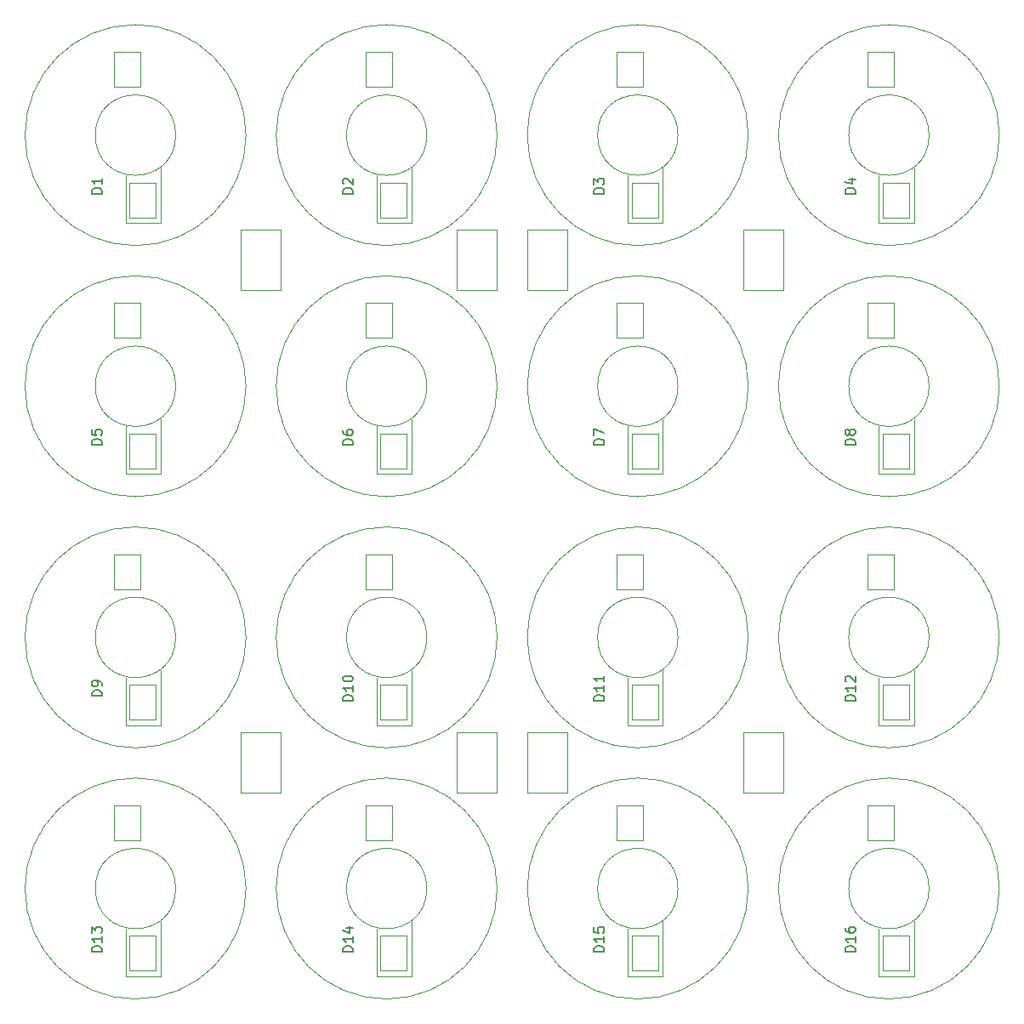
<source format=gto>
%TF.GenerationSoftware,KiCad,Pcbnew,8.0.7*%
%TF.CreationDate,2025-01-08T11:47:56+09:00*%
%TF.ProjectId,ledplane,6c656470-6c61-46e6-952e-6b696361645f,rev?*%
%TF.SameCoordinates,Original*%
%TF.FileFunction,Legend,Top*%
%TF.FilePolarity,Positive*%
%FSLAX46Y46*%
G04 Gerber Fmt 4.6, Leading zero omitted, Abs format (unit mm)*
G04 Created by KiCad (PCBNEW 8.0.7) date 2025-01-08 11:47:56*
%MOMM*%
%LPD*%
G01*
G04 APERTURE LIST*
G04 Aperture macros list*
%AMRoundRect*
0 Rectangle with rounded corners*
0 $1 Rounding radius*
0 $2 $3 $4 $5 $6 $7 $8 $9 X,Y pos of 4 corners*
0 Add a 4 corners polygon primitive as box body*
4,1,4,$2,$3,$4,$5,$6,$7,$8,$9,$2,$3,0*
0 Add four circle primitives for the rounded corners*
1,1,$1+$1,$2,$3*
1,1,$1+$1,$4,$5*
1,1,$1+$1,$6,$7*
1,1,$1+$1,$8,$9*
0 Add four rect primitives between the rounded corners*
20,1,$1+$1,$2,$3,$4,$5,0*
20,1,$1+$1,$4,$5,$6,$7,0*
20,1,$1+$1,$6,$7,$8,$9,0*
20,1,$1+$1,$8,$9,$2,$3,0*%
G04 Aperture macros list end*
%ADD10C,0.150000*%
%ADD11C,0.120000*%
%ADD12C,2.276000*%
%ADD13C,1.876000*%
%ADD14RoundRect,0.038000X1.350000X-1.750000X1.350000X1.750000X-1.350000X1.750000X-1.350000X-1.750000X0*%
%ADD15C,6.076000*%
%ADD16RoundRect,0.038000X-2.000000X-3.000000X2.000000X-3.000000X2.000000X3.000000X-2.000000X3.000000X0*%
G04 APERTURE END LIST*
D10*
X84144819Y-68794285D02*
X83144819Y-68794285D01*
X83144819Y-68794285D02*
X83144819Y-68556190D01*
X83144819Y-68556190D02*
X83192438Y-68413333D01*
X83192438Y-68413333D02*
X83287676Y-68318095D01*
X83287676Y-68318095D02*
X83382914Y-68270476D01*
X83382914Y-68270476D02*
X83573390Y-68222857D01*
X83573390Y-68222857D02*
X83716247Y-68222857D01*
X83716247Y-68222857D02*
X83906723Y-68270476D01*
X83906723Y-68270476D02*
X84001961Y-68318095D01*
X84001961Y-68318095D02*
X84097200Y-68413333D01*
X84097200Y-68413333D02*
X84144819Y-68556190D01*
X84144819Y-68556190D02*
X84144819Y-68794285D01*
X84144819Y-67270476D02*
X84144819Y-67841904D01*
X84144819Y-67556190D02*
X83144819Y-67556190D01*
X83144819Y-67556190D02*
X83287676Y-67651428D01*
X83287676Y-67651428D02*
X83382914Y-67746666D01*
X83382914Y-67746666D02*
X83430533Y-67841904D01*
X83240057Y-66889523D02*
X83192438Y-66841904D01*
X83192438Y-66841904D02*
X83144819Y-66746666D01*
X83144819Y-66746666D02*
X83144819Y-66508571D01*
X83144819Y-66508571D02*
X83192438Y-66413333D01*
X83192438Y-66413333D02*
X83240057Y-66365714D01*
X83240057Y-66365714D02*
X83335295Y-66318095D01*
X83335295Y-66318095D02*
X83430533Y-66318095D01*
X83430533Y-66318095D02*
X83573390Y-66365714D01*
X83573390Y-66365714D02*
X84144819Y-66937142D01*
X84144819Y-66937142D02*
X84144819Y-66318095D01*
X84144819Y-18318094D02*
X83144819Y-18318094D01*
X83144819Y-18318094D02*
X83144819Y-18079999D01*
X83144819Y-18079999D02*
X83192438Y-17937142D01*
X83192438Y-17937142D02*
X83287676Y-17841904D01*
X83287676Y-17841904D02*
X83382914Y-17794285D01*
X83382914Y-17794285D02*
X83573390Y-17746666D01*
X83573390Y-17746666D02*
X83716247Y-17746666D01*
X83716247Y-17746666D02*
X83906723Y-17794285D01*
X83906723Y-17794285D02*
X84001961Y-17841904D01*
X84001961Y-17841904D02*
X84097200Y-17937142D01*
X84097200Y-17937142D02*
X84144819Y-18079999D01*
X84144819Y-18079999D02*
X84144819Y-18318094D01*
X83478152Y-16889523D02*
X84144819Y-16889523D01*
X83097200Y-17127618D02*
X83811485Y-17365713D01*
X83811485Y-17365713D02*
X83811485Y-16746666D01*
X84144819Y-93794285D02*
X83144819Y-93794285D01*
X83144819Y-93794285D02*
X83144819Y-93556190D01*
X83144819Y-93556190D02*
X83192438Y-93413333D01*
X83192438Y-93413333D02*
X83287676Y-93318095D01*
X83287676Y-93318095D02*
X83382914Y-93270476D01*
X83382914Y-93270476D02*
X83573390Y-93222857D01*
X83573390Y-93222857D02*
X83716247Y-93222857D01*
X83716247Y-93222857D02*
X83906723Y-93270476D01*
X83906723Y-93270476D02*
X84001961Y-93318095D01*
X84001961Y-93318095D02*
X84097200Y-93413333D01*
X84097200Y-93413333D02*
X84144819Y-93556190D01*
X84144819Y-93556190D02*
X84144819Y-93794285D01*
X84144819Y-92270476D02*
X84144819Y-92841904D01*
X84144819Y-92556190D02*
X83144819Y-92556190D01*
X83144819Y-92556190D02*
X83287676Y-92651428D01*
X83287676Y-92651428D02*
X83382914Y-92746666D01*
X83382914Y-92746666D02*
X83430533Y-92841904D01*
X83144819Y-91413333D02*
X83144819Y-91603809D01*
X83144819Y-91603809D02*
X83192438Y-91699047D01*
X83192438Y-91699047D02*
X83240057Y-91746666D01*
X83240057Y-91746666D02*
X83382914Y-91841904D01*
X83382914Y-91841904D02*
X83573390Y-91889523D01*
X83573390Y-91889523D02*
X83954342Y-91889523D01*
X83954342Y-91889523D02*
X84049580Y-91841904D01*
X84049580Y-91841904D02*
X84097200Y-91794285D01*
X84097200Y-91794285D02*
X84144819Y-91699047D01*
X84144819Y-91699047D02*
X84144819Y-91508571D01*
X84144819Y-91508571D02*
X84097200Y-91413333D01*
X84097200Y-91413333D02*
X84049580Y-91365714D01*
X84049580Y-91365714D02*
X83954342Y-91318095D01*
X83954342Y-91318095D02*
X83716247Y-91318095D01*
X83716247Y-91318095D02*
X83621009Y-91365714D01*
X83621009Y-91365714D02*
X83573390Y-91413333D01*
X83573390Y-91413333D02*
X83525771Y-91508571D01*
X83525771Y-91508571D02*
X83525771Y-91699047D01*
X83525771Y-91699047D02*
X83573390Y-91794285D01*
X83573390Y-91794285D02*
X83621009Y-91841904D01*
X83621009Y-91841904D02*
X83716247Y-91889523D01*
X59144819Y-18318094D02*
X58144819Y-18318094D01*
X58144819Y-18318094D02*
X58144819Y-18079999D01*
X58144819Y-18079999D02*
X58192438Y-17937142D01*
X58192438Y-17937142D02*
X58287676Y-17841904D01*
X58287676Y-17841904D02*
X58382914Y-17794285D01*
X58382914Y-17794285D02*
X58573390Y-17746666D01*
X58573390Y-17746666D02*
X58716247Y-17746666D01*
X58716247Y-17746666D02*
X58906723Y-17794285D01*
X58906723Y-17794285D02*
X59001961Y-17841904D01*
X59001961Y-17841904D02*
X59097200Y-17937142D01*
X59097200Y-17937142D02*
X59144819Y-18079999D01*
X59144819Y-18079999D02*
X59144819Y-18318094D01*
X58144819Y-17413332D02*
X58144819Y-16794285D01*
X58144819Y-16794285D02*
X58525771Y-17127618D01*
X58525771Y-17127618D02*
X58525771Y-16984761D01*
X58525771Y-16984761D02*
X58573390Y-16889523D01*
X58573390Y-16889523D02*
X58621009Y-16841904D01*
X58621009Y-16841904D02*
X58716247Y-16794285D01*
X58716247Y-16794285D02*
X58954342Y-16794285D01*
X58954342Y-16794285D02*
X59049580Y-16841904D01*
X59049580Y-16841904D02*
X59097200Y-16889523D01*
X59097200Y-16889523D02*
X59144819Y-16984761D01*
X59144819Y-16984761D02*
X59144819Y-17270475D01*
X59144819Y-17270475D02*
X59097200Y-17365713D01*
X59097200Y-17365713D02*
X59049580Y-17413332D01*
X9144819Y-18318094D02*
X8144819Y-18318094D01*
X8144819Y-18318094D02*
X8144819Y-18079999D01*
X8144819Y-18079999D02*
X8192438Y-17937142D01*
X8192438Y-17937142D02*
X8287676Y-17841904D01*
X8287676Y-17841904D02*
X8382914Y-17794285D01*
X8382914Y-17794285D02*
X8573390Y-17746666D01*
X8573390Y-17746666D02*
X8716247Y-17746666D01*
X8716247Y-17746666D02*
X8906723Y-17794285D01*
X8906723Y-17794285D02*
X9001961Y-17841904D01*
X9001961Y-17841904D02*
X9097200Y-17937142D01*
X9097200Y-17937142D02*
X9144819Y-18079999D01*
X9144819Y-18079999D02*
X9144819Y-18318094D01*
X9144819Y-16794285D02*
X9144819Y-17365713D01*
X9144819Y-17079999D02*
X8144819Y-17079999D01*
X8144819Y-17079999D02*
X8287676Y-17175237D01*
X8287676Y-17175237D02*
X8382914Y-17270475D01*
X8382914Y-17270475D02*
X8430533Y-17365713D01*
X34144819Y-93794285D02*
X33144819Y-93794285D01*
X33144819Y-93794285D02*
X33144819Y-93556190D01*
X33144819Y-93556190D02*
X33192438Y-93413333D01*
X33192438Y-93413333D02*
X33287676Y-93318095D01*
X33287676Y-93318095D02*
X33382914Y-93270476D01*
X33382914Y-93270476D02*
X33573390Y-93222857D01*
X33573390Y-93222857D02*
X33716247Y-93222857D01*
X33716247Y-93222857D02*
X33906723Y-93270476D01*
X33906723Y-93270476D02*
X34001961Y-93318095D01*
X34001961Y-93318095D02*
X34097200Y-93413333D01*
X34097200Y-93413333D02*
X34144819Y-93556190D01*
X34144819Y-93556190D02*
X34144819Y-93794285D01*
X34144819Y-92270476D02*
X34144819Y-92841904D01*
X34144819Y-92556190D02*
X33144819Y-92556190D01*
X33144819Y-92556190D02*
X33287676Y-92651428D01*
X33287676Y-92651428D02*
X33382914Y-92746666D01*
X33382914Y-92746666D02*
X33430533Y-92841904D01*
X33478152Y-91413333D02*
X34144819Y-91413333D01*
X33097200Y-91651428D02*
X33811485Y-91889523D01*
X33811485Y-91889523D02*
X33811485Y-91270476D01*
X59144819Y-43318094D02*
X58144819Y-43318094D01*
X58144819Y-43318094D02*
X58144819Y-43079999D01*
X58144819Y-43079999D02*
X58192438Y-42937142D01*
X58192438Y-42937142D02*
X58287676Y-42841904D01*
X58287676Y-42841904D02*
X58382914Y-42794285D01*
X58382914Y-42794285D02*
X58573390Y-42746666D01*
X58573390Y-42746666D02*
X58716247Y-42746666D01*
X58716247Y-42746666D02*
X58906723Y-42794285D01*
X58906723Y-42794285D02*
X59001961Y-42841904D01*
X59001961Y-42841904D02*
X59097200Y-42937142D01*
X59097200Y-42937142D02*
X59144819Y-43079999D01*
X59144819Y-43079999D02*
X59144819Y-43318094D01*
X58144819Y-42413332D02*
X58144819Y-41746666D01*
X58144819Y-41746666D02*
X59144819Y-42175237D01*
X34144819Y-68794285D02*
X33144819Y-68794285D01*
X33144819Y-68794285D02*
X33144819Y-68556190D01*
X33144819Y-68556190D02*
X33192438Y-68413333D01*
X33192438Y-68413333D02*
X33287676Y-68318095D01*
X33287676Y-68318095D02*
X33382914Y-68270476D01*
X33382914Y-68270476D02*
X33573390Y-68222857D01*
X33573390Y-68222857D02*
X33716247Y-68222857D01*
X33716247Y-68222857D02*
X33906723Y-68270476D01*
X33906723Y-68270476D02*
X34001961Y-68318095D01*
X34001961Y-68318095D02*
X34097200Y-68413333D01*
X34097200Y-68413333D02*
X34144819Y-68556190D01*
X34144819Y-68556190D02*
X34144819Y-68794285D01*
X34144819Y-67270476D02*
X34144819Y-67841904D01*
X34144819Y-67556190D02*
X33144819Y-67556190D01*
X33144819Y-67556190D02*
X33287676Y-67651428D01*
X33287676Y-67651428D02*
X33382914Y-67746666D01*
X33382914Y-67746666D02*
X33430533Y-67841904D01*
X33144819Y-66651428D02*
X33144819Y-66556190D01*
X33144819Y-66556190D02*
X33192438Y-66460952D01*
X33192438Y-66460952D02*
X33240057Y-66413333D01*
X33240057Y-66413333D02*
X33335295Y-66365714D01*
X33335295Y-66365714D02*
X33525771Y-66318095D01*
X33525771Y-66318095D02*
X33763866Y-66318095D01*
X33763866Y-66318095D02*
X33954342Y-66365714D01*
X33954342Y-66365714D02*
X34049580Y-66413333D01*
X34049580Y-66413333D02*
X34097200Y-66460952D01*
X34097200Y-66460952D02*
X34144819Y-66556190D01*
X34144819Y-66556190D02*
X34144819Y-66651428D01*
X34144819Y-66651428D02*
X34097200Y-66746666D01*
X34097200Y-66746666D02*
X34049580Y-66794285D01*
X34049580Y-66794285D02*
X33954342Y-66841904D01*
X33954342Y-66841904D02*
X33763866Y-66889523D01*
X33763866Y-66889523D02*
X33525771Y-66889523D01*
X33525771Y-66889523D02*
X33335295Y-66841904D01*
X33335295Y-66841904D02*
X33240057Y-66794285D01*
X33240057Y-66794285D02*
X33192438Y-66746666D01*
X33192438Y-66746666D02*
X33144819Y-66651428D01*
X34144819Y-43318094D02*
X33144819Y-43318094D01*
X33144819Y-43318094D02*
X33144819Y-43079999D01*
X33144819Y-43079999D02*
X33192438Y-42937142D01*
X33192438Y-42937142D02*
X33287676Y-42841904D01*
X33287676Y-42841904D02*
X33382914Y-42794285D01*
X33382914Y-42794285D02*
X33573390Y-42746666D01*
X33573390Y-42746666D02*
X33716247Y-42746666D01*
X33716247Y-42746666D02*
X33906723Y-42794285D01*
X33906723Y-42794285D02*
X34001961Y-42841904D01*
X34001961Y-42841904D02*
X34097200Y-42937142D01*
X34097200Y-42937142D02*
X34144819Y-43079999D01*
X34144819Y-43079999D02*
X34144819Y-43318094D01*
X33144819Y-41889523D02*
X33144819Y-42079999D01*
X33144819Y-42079999D02*
X33192438Y-42175237D01*
X33192438Y-42175237D02*
X33240057Y-42222856D01*
X33240057Y-42222856D02*
X33382914Y-42318094D01*
X33382914Y-42318094D02*
X33573390Y-42365713D01*
X33573390Y-42365713D02*
X33954342Y-42365713D01*
X33954342Y-42365713D02*
X34049580Y-42318094D01*
X34049580Y-42318094D02*
X34097200Y-42270475D01*
X34097200Y-42270475D02*
X34144819Y-42175237D01*
X34144819Y-42175237D02*
X34144819Y-41984761D01*
X34144819Y-41984761D02*
X34097200Y-41889523D01*
X34097200Y-41889523D02*
X34049580Y-41841904D01*
X34049580Y-41841904D02*
X33954342Y-41794285D01*
X33954342Y-41794285D02*
X33716247Y-41794285D01*
X33716247Y-41794285D02*
X33621009Y-41841904D01*
X33621009Y-41841904D02*
X33573390Y-41889523D01*
X33573390Y-41889523D02*
X33525771Y-41984761D01*
X33525771Y-41984761D02*
X33525771Y-42175237D01*
X33525771Y-42175237D02*
X33573390Y-42270475D01*
X33573390Y-42270475D02*
X33621009Y-42318094D01*
X33621009Y-42318094D02*
X33716247Y-42365713D01*
X59144819Y-93794285D02*
X58144819Y-93794285D01*
X58144819Y-93794285D02*
X58144819Y-93556190D01*
X58144819Y-93556190D02*
X58192438Y-93413333D01*
X58192438Y-93413333D02*
X58287676Y-93318095D01*
X58287676Y-93318095D02*
X58382914Y-93270476D01*
X58382914Y-93270476D02*
X58573390Y-93222857D01*
X58573390Y-93222857D02*
X58716247Y-93222857D01*
X58716247Y-93222857D02*
X58906723Y-93270476D01*
X58906723Y-93270476D02*
X59001961Y-93318095D01*
X59001961Y-93318095D02*
X59097200Y-93413333D01*
X59097200Y-93413333D02*
X59144819Y-93556190D01*
X59144819Y-93556190D02*
X59144819Y-93794285D01*
X59144819Y-92270476D02*
X59144819Y-92841904D01*
X59144819Y-92556190D02*
X58144819Y-92556190D01*
X58144819Y-92556190D02*
X58287676Y-92651428D01*
X58287676Y-92651428D02*
X58382914Y-92746666D01*
X58382914Y-92746666D02*
X58430533Y-92841904D01*
X58144819Y-91365714D02*
X58144819Y-91841904D01*
X58144819Y-91841904D02*
X58621009Y-91889523D01*
X58621009Y-91889523D02*
X58573390Y-91841904D01*
X58573390Y-91841904D02*
X58525771Y-91746666D01*
X58525771Y-91746666D02*
X58525771Y-91508571D01*
X58525771Y-91508571D02*
X58573390Y-91413333D01*
X58573390Y-91413333D02*
X58621009Y-91365714D01*
X58621009Y-91365714D02*
X58716247Y-91318095D01*
X58716247Y-91318095D02*
X58954342Y-91318095D01*
X58954342Y-91318095D02*
X59049580Y-91365714D01*
X59049580Y-91365714D02*
X59097200Y-91413333D01*
X59097200Y-91413333D02*
X59144819Y-91508571D01*
X59144819Y-91508571D02*
X59144819Y-91746666D01*
X59144819Y-91746666D02*
X59097200Y-91841904D01*
X59097200Y-91841904D02*
X59049580Y-91889523D01*
X9144819Y-43318094D02*
X8144819Y-43318094D01*
X8144819Y-43318094D02*
X8144819Y-43079999D01*
X8144819Y-43079999D02*
X8192438Y-42937142D01*
X8192438Y-42937142D02*
X8287676Y-42841904D01*
X8287676Y-42841904D02*
X8382914Y-42794285D01*
X8382914Y-42794285D02*
X8573390Y-42746666D01*
X8573390Y-42746666D02*
X8716247Y-42746666D01*
X8716247Y-42746666D02*
X8906723Y-42794285D01*
X8906723Y-42794285D02*
X9001961Y-42841904D01*
X9001961Y-42841904D02*
X9097200Y-42937142D01*
X9097200Y-42937142D02*
X9144819Y-43079999D01*
X9144819Y-43079999D02*
X9144819Y-43318094D01*
X8144819Y-41841904D02*
X8144819Y-42318094D01*
X8144819Y-42318094D02*
X8621009Y-42365713D01*
X8621009Y-42365713D02*
X8573390Y-42318094D01*
X8573390Y-42318094D02*
X8525771Y-42222856D01*
X8525771Y-42222856D02*
X8525771Y-41984761D01*
X8525771Y-41984761D02*
X8573390Y-41889523D01*
X8573390Y-41889523D02*
X8621009Y-41841904D01*
X8621009Y-41841904D02*
X8716247Y-41794285D01*
X8716247Y-41794285D02*
X8954342Y-41794285D01*
X8954342Y-41794285D02*
X9049580Y-41841904D01*
X9049580Y-41841904D02*
X9097200Y-41889523D01*
X9097200Y-41889523D02*
X9144819Y-41984761D01*
X9144819Y-41984761D02*
X9144819Y-42222856D01*
X9144819Y-42222856D02*
X9097200Y-42318094D01*
X9097200Y-42318094D02*
X9049580Y-42365713D01*
X84144819Y-43318094D02*
X83144819Y-43318094D01*
X83144819Y-43318094D02*
X83144819Y-43079999D01*
X83144819Y-43079999D02*
X83192438Y-42937142D01*
X83192438Y-42937142D02*
X83287676Y-42841904D01*
X83287676Y-42841904D02*
X83382914Y-42794285D01*
X83382914Y-42794285D02*
X83573390Y-42746666D01*
X83573390Y-42746666D02*
X83716247Y-42746666D01*
X83716247Y-42746666D02*
X83906723Y-42794285D01*
X83906723Y-42794285D02*
X84001961Y-42841904D01*
X84001961Y-42841904D02*
X84097200Y-42937142D01*
X84097200Y-42937142D02*
X84144819Y-43079999D01*
X84144819Y-43079999D02*
X84144819Y-43318094D01*
X83573390Y-42175237D02*
X83525771Y-42270475D01*
X83525771Y-42270475D02*
X83478152Y-42318094D01*
X83478152Y-42318094D02*
X83382914Y-42365713D01*
X83382914Y-42365713D02*
X83335295Y-42365713D01*
X83335295Y-42365713D02*
X83240057Y-42318094D01*
X83240057Y-42318094D02*
X83192438Y-42270475D01*
X83192438Y-42270475D02*
X83144819Y-42175237D01*
X83144819Y-42175237D02*
X83144819Y-41984761D01*
X83144819Y-41984761D02*
X83192438Y-41889523D01*
X83192438Y-41889523D02*
X83240057Y-41841904D01*
X83240057Y-41841904D02*
X83335295Y-41794285D01*
X83335295Y-41794285D02*
X83382914Y-41794285D01*
X83382914Y-41794285D02*
X83478152Y-41841904D01*
X83478152Y-41841904D02*
X83525771Y-41889523D01*
X83525771Y-41889523D02*
X83573390Y-41984761D01*
X83573390Y-41984761D02*
X83573390Y-42175237D01*
X83573390Y-42175237D02*
X83621009Y-42270475D01*
X83621009Y-42270475D02*
X83668628Y-42318094D01*
X83668628Y-42318094D02*
X83763866Y-42365713D01*
X83763866Y-42365713D02*
X83954342Y-42365713D01*
X83954342Y-42365713D02*
X84049580Y-42318094D01*
X84049580Y-42318094D02*
X84097200Y-42270475D01*
X84097200Y-42270475D02*
X84144819Y-42175237D01*
X84144819Y-42175237D02*
X84144819Y-41984761D01*
X84144819Y-41984761D02*
X84097200Y-41889523D01*
X84097200Y-41889523D02*
X84049580Y-41841904D01*
X84049580Y-41841904D02*
X83954342Y-41794285D01*
X83954342Y-41794285D02*
X83763866Y-41794285D01*
X83763866Y-41794285D02*
X83668628Y-41841904D01*
X83668628Y-41841904D02*
X83621009Y-41889523D01*
X83621009Y-41889523D02*
X83573390Y-41984761D01*
X59144819Y-68794285D02*
X58144819Y-68794285D01*
X58144819Y-68794285D02*
X58144819Y-68556190D01*
X58144819Y-68556190D02*
X58192438Y-68413333D01*
X58192438Y-68413333D02*
X58287676Y-68318095D01*
X58287676Y-68318095D02*
X58382914Y-68270476D01*
X58382914Y-68270476D02*
X58573390Y-68222857D01*
X58573390Y-68222857D02*
X58716247Y-68222857D01*
X58716247Y-68222857D02*
X58906723Y-68270476D01*
X58906723Y-68270476D02*
X59001961Y-68318095D01*
X59001961Y-68318095D02*
X59097200Y-68413333D01*
X59097200Y-68413333D02*
X59144819Y-68556190D01*
X59144819Y-68556190D02*
X59144819Y-68794285D01*
X59144819Y-67270476D02*
X59144819Y-67841904D01*
X59144819Y-67556190D02*
X58144819Y-67556190D01*
X58144819Y-67556190D02*
X58287676Y-67651428D01*
X58287676Y-67651428D02*
X58382914Y-67746666D01*
X58382914Y-67746666D02*
X58430533Y-67841904D01*
X59144819Y-66318095D02*
X59144819Y-66889523D01*
X59144819Y-66603809D02*
X58144819Y-66603809D01*
X58144819Y-66603809D02*
X58287676Y-66699047D01*
X58287676Y-66699047D02*
X58382914Y-66794285D01*
X58382914Y-66794285D02*
X58430533Y-66889523D01*
X9144819Y-93794285D02*
X8144819Y-93794285D01*
X8144819Y-93794285D02*
X8144819Y-93556190D01*
X8144819Y-93556190D02*
X8192438Y-93413333D01*
X8192438Y-93413333D02*
X8287676Y-93318095D01*
X8287676Y-93318095D02*
X8382914Y-93270476D01*
X8382914Y-93270476D02*
X8573390Y-93222857D01*
X8573390Y-93222857D02*
X8716247Y-93222857D01*
X8716247Y-93222857D02*
X8906723Y-93270476D01*
X8906723Y-93270476D02*
X9001961Y-93318095D01*
X9001961Y-93318095D02*
X9097200Y-93413333D01*
X9097200Y-93413333D02*
X9144819Y-93556190D01*
X9144819Y-93556190D02*
X9144819Y-93794285D01*
X9144819Y-92270476D02*
X9144819Y-92841904D01*
X9144819Y-92556190D02*
X8144819Y-92556190D01*
X8144819Y-92556190D02*
X8287676Y-92651428D01*
X8287676Y-92651428D02*
X8382914Y-92746666D01*
X8382914Y-92746666D02*
X8430533Y-92841904D01*
X8144819Y-91937142D02*
X8144819Y-91318095D01*
X8144819Y-91318095D02*
X8525771Y-91651428D01*
X8525771Y-91651428D02*
X8525771Y-91508571D01*
X8525771Y-91508571D02*
X8573390Y-91413333D01*
X8573390Y-91413333D02*
X8621009Y-91365714D01*
X8621009Y-91365714D02*
X8716247Y-91318095D01*
X8716247Y-91318095D02*
X8954342Y-91318095D01*
X8954342Y-91318095D02*
X9049580Y-91365714D01*
X9049580Y-91365714D02*
X9097200Y-91413333D01*
X9097200Y-91413333D02*
X9144819Y-91508571D01*
X9144819Y-91508571D02*
X9144819Y-91794285D01*
X9144819Y-91794285D02*
X9097200Y-91889523D01*
X9097200Y-91889523D02*
X9049580Y-91937142D01*
X34144819Y-18318094D02*
X33144819Y-18318094D01*
X33144819Y-18318094D02*
X33144819Y-18079999D01*
X33144819Y-18079999D02*
X33192438Y-17937142D01*
X33192438Y-17937142D02*
X33287676Y-17841904D01*
X33287676Y-17841904D02*
X33382914Y-17794285D01*
X33382914Y-17794285D02*
X33573390Y-17746666D01*
X33573390Y-17746666D02*
X33716247Y-17746666D01*
X33716247Y-17746666D02*
X33906723Y-17794285D01*
X33906723Y-17794285D02*
X34001961Y-17841904D01*
X34001961Y-17841904D02*
X34097200Y-17937142D01*
X34097200Y-17937142D02*
X34144819Y-18079999D01*
X34144819Y-18079999D02*
X34144819Y-18318094D01*
X33240057Y-17365713D02*
X33192438Y-17318094D01*
X33192438Y-17318094D02*
X33144819Y-17222856D01*
X33144819Y-17222856D02*
X33144819Y-16984761D01*
X33144819Y-16984761D02*
X33192438Y-16889523D01*
X33192438Y-16889523D02*
X33240057Y-16841904D01*
X33240057Y-16841904D02*
X33335295Y-16794285D01*
X33335295Y-16794285D02*
X33430533Y-16794285D01*
X33430533Y-16794285D02*
X33573390Y-16841904D01*
X33573390Y-16841904D02*
X34144819Y-17413332D01*
X34144819Y-17413332D02*
X34144819Y-16794285D01*
X9144819Y-68318094D02*
X8144819Y-68318094D01*
X8144819Y-68318094D02*
X8144819Y-68079999D01*
X8144819Y-68079999D02*
X8192438Y-67937142D01*
X8192438Y-67937142D02*
X8287676Y-67841904D01*
X8287676Y-67841904D02*
X8382914Y-67794285D01*
X8382914Y-67794285D02*
X8573390Y-67746666D01*
X8573390Y-67746666D02*
X8716247Y-67746666D01*
X8716247Y-67746666D02*
X8906723Y-67794285D01*
X8906723Y-67794285D02*
X9001961Y-67841904D01*
X9001961Y-67841904D02*
X9097200Y-67937142D01*
X9097200Y-67937142D02*
X9144819Y-68079999D01*
X9144819Y-68079999D02*
X9144819Y-68318094D01*
X9144819Y-67270475D02*
X9144819Y-67079999D01*
X9144819Y-67079999D02*
X9097200Y-66984761D01*
X9097200Y-66984761D02*
X9049580Y-66937142D01*
X9049580Y-66937142D02*
X8906723Y-66841904D01*
X8906723Y-66841904D02*
X8716247Y-66794285D01*
X8716247Y-66794285D02*
X8335295Y-66794285D01*
X8335295Y-66794285D02*
X8240057Y-66841904D01*
X8240057Y-66841904D02*
X8192438Y-66889523D01*
X8192438Y-66889523D02*
X8144819Y-66984761D01*
X8144819Y-66984761D02*
X8144819Y-67175237D01*
X8144819Y-67175237D02*
X8192438Y-67270475D01*
X8192438Y-67270475D02*
X8240057Y-67318094D01*
X8240057Y-67318094D02*
X8335295Y-67365713D01*
X8335295Y-67365713D02*
X8573390Y-67365713D01*
X8573390Y-67365713D02*
X8668628Y-67318094D01*
X8668628Y-67318094D02*
X8716247Y-67270475D01*
X8716247Y-67270475D02*
X8763866Y-67175237D01*
X8763866Y-67175237D02*
X8763866Y-66984761D01*
X8763866Y-66984761D02*
X8716247Y-66889523D01*
X8716247Y-66889523D02*
X8668628Y-66841904D01*
X8668628Y-66841904D02*
X8573390Y-66794285D01*
D11*
%TO.C,D12*%
X86500000Y-71250000D02*
X90000000Y-71250000D01*
X90000000Y-71250000D02*
X90000000Y-65750000D01*
X86500000Y-66500000D02*
X86500000Y-71250000D01*
X91500000Y-62500000D02*
G75*
G02*
X83500000Y-62500000I-4000000J0D01*
G01*
X83500000Y-62500000D02*
G75*
G02*
X91500000Y-62500000I4000000J0D01*
G01*
X98500000Y-62500000D02*
G75*
G02*
X76500000Y-62500000I-11000000J0D01*
G01*
X76500000Y-62500000D02*
G75*
G02*
X98500000Y-62500000I11000000J0D01*
G01*
%TO.C,D4*%
X86500000Y-21250000D02*
X90000000Y-21250000D01*
X90000000Y-21250000D02*
X90000000Y-15750000D01*
X86500000Y-16500000D02*
X86500000Y-21250000D01*
X91500000Y-12500000D02*
G75*
G02*
X83500000Y-12500000I-4000000J0D01*
G01*
X83500000Y-12500000D02*
G75*
G02*
X91500000Y-12500000I4000000J0D01*
G01*
X98500000Y-12500000D02*
G75*
G02*
X76500000Y-12500000I-11000000J0D01*
G01*
X76500000Y-12500000D02*
G75*
G02*
X98500000Y-12500000I11000000J0D01*
G01*
%TO.C,D16*%
X86500000Y-96250000D02*
X90000000Y-96250000D01*
X90000000Y-96250000D02*
X90000000Y-90750000D01*
X86500000Y-91500000D02*
X86500000Y-96250000D01*
X91500000Y-87500000D02*
G75*
G02*
X83500000Y-87500000I-4000000J0D01*
G01*
X83500000Y-87500000D02*
G75*
G02*
X91500000Y-87500000I4000000J0D01*
G01*
X98500000Y-87500000D02*
G75*
G02*
X76500000Y-87500000I-11000000J0D01*
G01*
X76500000Y-87500000D02*
G75*
G02*
X98500000Y-87500000I11000000J0D01*
G01*
%TO.C,D3*%
X61500000Y-21250000D02*
X65000000Y-21250000D01*
X65000000Y-21250000D02*
X65000000Y-15750000D01*
X61500000Y-16500000D02*
X61500000Y-21250000D01*
X66500000Y-12500000D02*
G75*
G02*
X58500000Y-12500000I-4000000J0D01*
G01*
X58500000Y-12500000D02*
G75*
G02*
X66500000Y-12500000I4000000J0D01*
G01*
X73500000Y-12500000D02*
G75*
G02*
X51500000Y-12500000I-11000000J0D01*
G01*
X51500000Y-12500000D02*
G75*
G02*
X73500000Y-12500000I11000000J0D01*
G01*
%TO.C,D1*%
X11500000Y-21250000D02*
X15000000Y-21250000D01*
X15000000Y-21250000D02*
X15000000Y-15750000D01*
X11500000Y-16500000D02*
X11500000Y-21250000D01*
X16500000Y-12500000D02*
G75*
G02*
X8500000Y-12500000I-4000000J0D01*
G01*
X8500000Y-12500000D02*
G75*
G02*
X16500000Y-12500000I4000000J0D01*
G01*
X23500000Y-12500000D02*
G75*
G02*
X1500000Y-12500000I-11000000J0D01*
G01*
X1500000Y-12500000D02*
G75*
G02*
X23500000Y-12500000I11000000J0D01*
G01*
%TO.C,D14*%
X36500000Y-96250000D02*
X40000000Y-96250000D01*
X40000000Y-96250000D02*
X40000000Y-90750000D01*
X36500000Y-91500000D02*
X36500000Y-96250000D01*
X41500000Y-87500000D02*
G75*
G02*
X33500000Y-87500000I-4000000J0D01*
G01*
X33500000Y-87500000D02*
G75*
G02*
X41500000Y-87500000I4000000J0D01*
G01*
X48500000Y-87500000D02*
G75*
G02*
X26500000Y-87500000I-11000000J0D01*
G01*
X26500000Y-87500000D02*
G75*
G02*
X48500000Y-87500000I11000000J0D01*
G01*
%TO.C,D7*%
X61500000Y-46250000D02*
X65000000Y-46250000D01*
X65000000Y-46250000D02*
X65000000Y-40750000D01*
X61500000Y-41500000D02*
X61500000Y-46250000D01*
X66500000Y-37500000D02*
G75*
G02*
X58500000Y-37500000I-4000000J0D01*
G01*
X58500000Y-37500000D02*
G75*
G02*
X66500000Y-37500000I4000000J0D01*
G01*
X73500000Y-37500000D02*
G75*
G02*
X51500000Y-37500000I-11000000J0D01*
G01*
X51500000Y-37500000D02*
G75*
G02*
X73500000Y-37500000I11000000J0D01*
G01*
%TO.C,D10*%
X36500000Y-71250000D02*
X40000000Y-71250000D01*
X40000000Y-71250000D02*
X40000000Y-65750000D01*
X36500000Y-66500000D02*
X36500000Y-71250000D01*
X41500000Y-62500000D02*
G75*
G02*
X33500000Y-62500000I-4000000J0D01*
G01*
X33500000Y-62500000D02*
G75*
G02*
X41500000Y-62500000I4000000J0D01*
G01*
X48500000Y-62500000D02*
G75*
G02*
X26500000Y-62500000I-11000000J0D01*
G01*
X26500000Y-62500000D02*
G75*
G02*
X48500000Y-62500000I11000000J0D01*
G01*
%TO.C,D6*%
X36500000Y-46250000D02*
X40000000Y-46250000D01*
X40000000Y-46250000D02*
X40000000Y-40750000D01*
X36500000Y-41500000D02*
X36500000Y-46250000D01*
X41500000Y-37500000D02*
G75*
G02*
X33500000Y-37500000I-4000000J0D01*
G01*
X33500000Y-37500000D02*
G75*
G02*
X41500000Y-37500000I4000000J0D01*
G01*
X48500000Y-37500000D02*
G75*
G02*
X26500000Y-37500000I-11000000J0D01*
G01*
X26500000Y-37500000D02*
G75*
G02*
X48500000Y-37500000I11000000J0D01*
G01*
%TO.C,D15*%
X61500000Y-96250000D02*
X65000000Y-96250000D01*
X65000000Y-96250000D02*
X65000000Y-90750000D01*
X61500000Y-91500000D02*
X61500000Y-96250000D01*
X66500000Y-87500000D02*
G75*
G02*
X58500000Y-87500000I-4000000J0D01*
G01*
X58500000Y-87500000D02*
G75*
G02*
X66500000Y-87500000I4000000J0D01*
G01*
X73500000Y-87500000D02*
G75*
G02*
X51500000Y-87500000I-11000000J0D01*
G01*
X51500000Y-87500000D02*
G75*
G02*
X73500000Y-87500000I11000000J0D01*
G01*
%TO.C,D5*%
X11500000Y-46250000D02*
X15000000Y-46250000D01*
X15000000Y-46250000D02*
X15000000Y-40750000D01*
X11500000Y-41500000D02*
X11500000Y-46250000D01*
X16500000Y-37500000D02*
G75*
G02*
X8500000Y-37500000I-4000000J0D01*
G01*
X8500000Y-37500000D02*
G75*
G02*
X16500000Y-37500000I4000000J0D01*
G01*
X23500000Y-37500000D02*
G75*
G02*
X1500000Y-37500000I-11000000J0D01*
G01*
X1500000Y-37500000D02*
G75*
G02*
X23500000Y-37500000I11000000J0D01*
G01*
%TO.C,D8*%
X86500000Y-46250000D02*
X90000000Y-46250000D01*
X90000000Y-46250000D02*
X90000000Y-40750000D01*
X86500000Y-41500000D02*
X86500000Y-46250000D01*
X91500000Y-37500000D02*
G75*
G02*
X83500000Y-37500000I-4000000J0D01*
G01*
X83500000Y-37500000D02*
G75*
G02*
X91500000Y-37500000I4000000J0D01*
G01*
X98500000Y-37500000D02*
G75*
G02*
X76500000Y-37500000I-11000000J0D01*
G01*
X76500000Y-37500000D02*
G75*
G02*
X98500000Y-37500000I11000000J0D01*
G01*
%TO.C,D11*%
X61500000Y-71250000D02*
X65000000Y-71250000D01*
X65000000Y-71250000D02*
X65000000Y-65750000D01*
X61500000Y-66500000D02*
X61500000Y-71250000D01*
X66500000Y-62500000D02*
G75*
G02*
X58500000Y-62500000I-4000000J0D01*
G01*
X58500000Y-62500000D02*
G75*
G02*
X66500000Y-62500000I4000000J0D01*
G01*
X73500000Y-62500000D02*
G75*
G02*
X51500000Y-62500000I-11000000J0D01*
G01*
X51500000Y-62500000D02*
G75*
G02*
X73500000Y-62500000I11000000J0D01*
G01*
%TO.C,D13*%
X11500000Y-96250000D02*
X15000000Y-96250000D01*
X15000000Y-96250000D02*
X15000000Y-90750000D01*
X11500000Y-91500000D02*
X11500000Y-96250000D01*
X16500000Y-87500000D02*
G75*
G02*
X8500000Y-87500000I-4000000J0D01*
G01*
X8500000Y-87500000D02*
G75*
G02*
X16500000Y-87500000I4000000J0D01*
G01*
X23500000Y-87500000D02*
G75*
G02*
X1500000Y-87500000I-11000000J0D01*
G01*
X1500000Y-87500000D02*
G75*
G02*
X23500000Y-87500000I11000000J0D01*
G01*
%TO.C,D2*%
X36500000Y-21250000D02*
X40000000Y-21250000D01*
X40000000Y-21250000D02*
X40000000Y-15750000D01*
X36500000Y-16500000D02*
X36500000Y-21250000D01*
X41500000Y-12500000D02*
G75*
G02*
X33500000Y-12500000I-4000000J0D01*
G01*
X33500000Y-12500000D02*
G75*
G02*
X41500000Y-12500000I4000000J0D01*
G01*
X48500000Y-12500000D02*
G75*
G02*
X26500000Y-12500000I-11000000J0D01*
G01*
X26500000Y-12500000D02*
G75*
G02*
X48500000Y-12500000I11000000J0D01*
G01*
%TO.C,D9*%
X11500000Y-71250000D02*
X15000000Y-71250000D01*
X15000000Y-71250000D02*
X15000000Y-65750000D01*
X11500000Y-66500000D02*
X11500000Y-71250000D01*
X16500000Y-62500000D02*
G75*
G02*
X8500000Y-62500000I-4000000J0D01*
G01*
X8500000Y-62500000D02*
G75*
G02*
X16500000Y-62500000I4000000J0D01*
G01*
X23500000Y-62500000D02*
G75*
G02*
X1500000Y-62500000I-11000000J0D01*
G01*
X1500000Y-62500000D02*
G75*
G02*
X23500000Y-62500000I11000000J0D01*
G01*
%TD*%
%LPC*%
D12*
%TO.C,H10*%
X50000000Y-18000000D03*
%TD*%
D13*
%TO.C,D12*%
X78000000Y-62500000D03*
X97000000Y-62500000D03*
D14*
X88250000Y-69000000D03*
X86750000Y-56000000D03*
D15*
X87500000Y-62500000D03*
%TD*%
D13*
%TO.C,D4*%
X78000000Y-12500000D03*
X97000000Y-12500000D03*
D14*
X88250000Y-19000000D03*
X86750000Y-6000000D03*
D15*
X87500000Y-12500000D03*
%TD*%
D16*
%TO.C,TP4*%
X75000000Y-25000000D03*
%TD*%
D13*
%TO.C,D16*%
X78000000Y-87500000D03*
X97000000Y-87500000D03*
D14*
X88250000Y-94000000D03*
X86750000Y-81000000D03*
D15*
X87500000Y-87500000D03*
%TD*%
D13*
%TO.C,D3*%
X53000000Y-12500000D03*
X72000000Y-12500000D03*
D14*
X63250000Y-19000000D03*
X61750000Y-6000000D03*
D15*
X62500000Y-12500000D03*
%TD*%
D16*
%TO.C,TP6*%
X46500000Y-75000000D03*
%TD*%
D13*
%TO.C,D1*%
X3000000Y-12500000D03*
X22000000Y-12500000D03*
D14*
X13250000Y-19000000D03*
X11750000Y-6000000D03*
D15*
X12500000Y-12500000D03*
%TD*%
D12*
%TO.C,H5*%
X96000000Y-25000000D03*
%TD*%
D13*
%TO.C,D14*%
X28000000Y-87500000D03*
X47000000Y-87500000D03*
D14*
X38250000Y-94000000D03*
X36750000Y-81000000D03*
D15*
X37500000Y-87500000D03*
%TD*%
D12*
%TO.C,H11*%
X4000000Y-75000000D03*
%TD*%
D13*
%TO.C,D7*%
X53000000Y-37500000D03*
X72000000Y-37500000D03*
D14*
X63250000Y-44000000D03*
X61750000Y-31000000D03*
D15*
X62500000Y-37500000D03*
%TD*%
D16*
%TO.C,TP2*%
X46500000Y-25000000D03*
%TD*%
D13*
%TO.C,D10*%
X28000000Y-62500000D03*
X47000000Y-62500000D03*
D14*
X38250000Y-69000000D03*
X36750000Y-56000000D03*
D15*
X37500000Y-62500000D03*
%TD*%
D12*
%TO.C,H2*%
X18000000Y-25000000D03*
%TD*%
D16*
%TO.C,TP1*%
X25000000Y-25000000D03*
%TD*%
D13*
%TO.C,D6*%
X28000000Y-37500000D03*
X47000000Y-37500000D03*
D14*
X38250000Y-44000000D03*
X36750000Y-31000000D03*
D15*
X37500000Y-37500000D03*
%TD*%
D12*
%TO.C,H16*%
X75000000Y-7000000D03*
%TD*%
%TO.C,H15*%
X96000000Y-75000000D03*
%TD*%
D13*
%TO.C,D15*%
X53000000Y-87500000D03*
X72000000Y-87500000D03*
D14*
X63250000Y-94000000D03*
X61750000Y-81000000D03*
D15*
X62500000Y-87500000D03*
%TD*%
D13*
%TO.C,D5*%
X3000000Y-37500000D03*
X22000000Y-37500000D03*
D14*
X13250000Y-44000000D03*
X11750000Y-31000000D03*
D15*
X12500000Y-37500000D03*
%TD*%
D12*
%TO.C,H12*%
X18000000Y-75000000D03*
%TD*%
D13*
%TO.C,D8*%
X78000000Y-37500000D03*
X97000000Y-37500000D03*
D14*
X88250000Y-44000000D03*
X86750000Y-31000000D03*
D15*
X87500000Y-37500000D03*
%TD*%
D12*
%TO.C,H17*%
X75000000Y-93000000D03*
%TD*%
D13*
%TO.C,D11*%
X53000000Y-62500000D03*
X72000000Y-62500000D03*
D14*
X63250000Y-69000000D03*
X61750000Y-56000000D03*
D15*
X62500000Y-62500000D03*
%TD*%
D16*
%TO.C,TP8*%
X75000000Y-75000000D03*
%TD*%
D12*
%TO.C,H13*%
X50000000Y-82000000D03*
%TD*%
D16*
%TO.C,TP5*%
X25000000Y-75000000D03*
%TD*%
D13*
%TO.C,D13*%
X3000000Y-87500000D03*
X22000000Y-87500000D03*
D14*
X13250000Y-94000000D03*
X11750000Y-81000000D03*
D15*
X12500000Y-87500000D03*
%TD*%
D12*
%TO.C,H14*%
X82000000Y-75000000D03*
%TD*%
%TO.C,H3*%
X25000000Y-7000000D03*
%TD*%
%TO.C,H1*%
X4000000Y-25000000D03*
%TD*%
%TO.C,H7*%
X50000000Y-6000000D03*
%TD*%
%TO.C,H8*%
X50000000Y-50000000D03*
%TD*%
D13*
%TO.C,D2*%
X28000000Y-12500000D03*
X47000000Y-12500000D03*
D14*
X38250000Y-19000000D03*
X36750000Y-6000000D03*
D15*
X37500000Y-12500000D03*
%TD*%
D16*
%TO.C,TP3*%
X53500000Y-25000000D03*
%TD*%
D12*
%TO.C,H6*%
X25000000Y-93000000D03*
%TD*%
D16*
%TO.C,TP7*%
X53500000Y-75000000D03*
%TD*%
D12*
%TO.C,H4*%
X82000000Y-25000000D03*
%TD*%
D13*
%TO.C,D9*%
X3000000Y-62500000D03*
X22000000Y-62500000D03*
D14*
X13250000Y-69000000D03*
X11750000Y-56000000D03*
D15*
X12500000Y-62500000D03*
%TD*%
D12*
%TO.C,H9*%
X50000000Y-93000000D03*
%TD*%
%LPD*%
M02*

</source>
